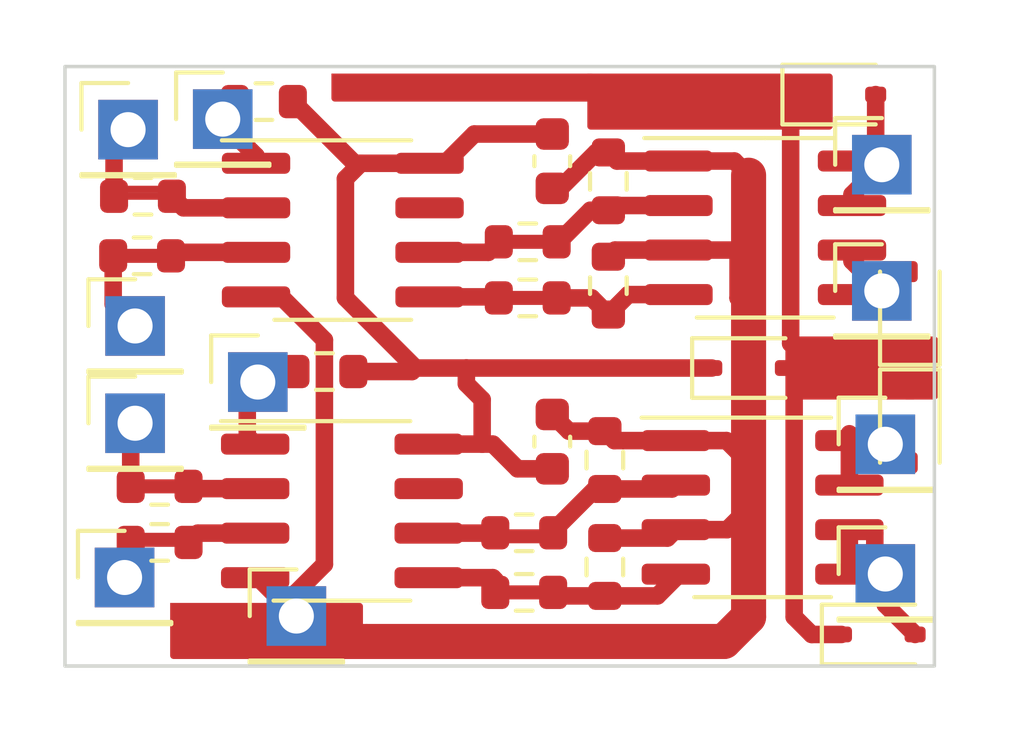
<source format=kicad_pcb>
(kicad_pcb (version 20221018) (generator pcbnew)
  (layers (0 "F.Cu" signal) (31 "B.Cu" signal) (34 "B.Paste" user) (35 "F.Paste" user) (36 "B.SilkS" user "B.Silkscreen") (37 "F.SilkS" user "F.Silkscreen") (38 "B.Mask" user) (39 "F.Mask" user) (44 "Edge.Cuts" user))
  (net 0 "")
  (net 1 "GND")
  (net 2 "+5V")
  (net 3 "Net-(D3-A)")
  (net 4 "Net-(D4-A)")
  (net 5 "Net-(D5-A)")
  (net 6 "Net-(Q1A-G1)")
  (net 7 "Net-(Q1B-G2)")
  (net 8 "Net-(Q2A-G1)")
  (net 9 "Net-(Q2B-G2)")
  (net 10 "Net-(R1-Pad2)")
  (net 11 "Net-(U1-PB3)")
  (net 12 "Net-(R2-Pad2)")
  (net 13 "Net-(R3-Pad2)")
  (net 14 "Net-(U2-PB3)")
  (net 15 "Net-(R4-Pad2)")
  (net 16 "Net-(U1-PB0)")
  (net 17 "Net-(U2-PB0)")
  (net 18 "Net-(U2-PB1)")
  (net 19 "Net-(D2-K)")
  (net 20 "Net-(D6-A)")
  (net 21 "Net-(U1-PB1)")
  (net 22 "Net-(U1-PB4)")
  (net 23 "Net-(U2-PB4)")
  (net 24 "Net-(U1-~{RESET}{slash}PB5)")
  (net 25 "Net-(U2-~{RESET}{slash}PB5)")
  (footprint "Connector_PinHeader_2.54mm:PinHeader_1x01_P2.54mm_Vertical" (layer "F.Cu") (at 70.6 49.275)
    (fp_text reference "TP6" hide)
    (fp_text value "TestPoint")
    (fp_line (start -1.33 -1.33) (end 0 -1.33) (stroke (width 0.12)) (layer "F.SilkS"))
    (fp_line (start -1.33 0) (end -1.33 -1.33) (stroke (width 0.12)) (layer "F.SilkS"))
    (fp_line (start -1.33 1.27) (end -1.33 1.33) (stroke (width 0.12)) (layer "F.SilkS"))
    (fp_line (start -1.33 1.27) (end 1.33 1.27) (stroke (width 0.12)) (layer "F.SilkS"))
    (fp_line (start -1.33 1.33) (end 1.33 1.33) (stroke (width 0.12)) (layer "F.SilkS"))
    (fp_line (start 1.33 1.27) (end 1.33 1.33) (stroke (width 0.12)) (layer "F.SilkS"))
    (pad "1" thru_hole rect (at 0 0) (size 1.7 1.7) (drill 1) (layers "*.Cu" "*.Mask") (net 5 "Net-(D5-A)"))
  )
  (footprint "Resistor_SMD:R_0603_1608Metric" (layer "F.Cu") (at 62.6 49.075 90)
    (fp_text reference "R11" hide)
    (fp_text value "10k")
    (fp_line (start -0.237258 -0.5225) (end 0.237258 -0.5225) (stroke (width 0.12)) (layer "F.SilkS"))
    (fp_line (start -0.237258 0.5225) (end 0.237258 0.5225) (stroke (width 0.12)) (layer "F.SilkS"))
    (pad "1" smd roundrect (at -0.825 0 90) (size 0.8 0.95) (layers "F.Cu" "F.Paste" "F.Mask") (net 9 "Net-(Q2B-G2)"))
    (pad "2" smd roundrect (at 0.825 0 90) (size 0.8 0.95) (layers "F.Cu" "F.Paste" "F.Mask") (net 1 "GND"))
  )
  (footprint "Resistor_SMD:R_0603_1608Metric" (layer "F.Cu") (at 49.9 48.375 180)
    (fp_text reference "R4" hide)
    (fp_text value "0")
    (fp_line (start -0.237258 -0.5225) (end 0.237258 -0.5225) (stroke (width 0.12)) (layer "F.SilkS"))
    (fp_line (start -0.237258 0.5225) (end 0.237258 0.5225) (stroke (width 0.12)) (layer "F.SilkS"))
    (pad "1" smd roundrect (at -0.825 0 180) (size 0.8 0.95) (layers "F.Cu" "F.Paste" "F.Mask") (net 23 "Net-(U2-PB4)"))
    (pad "2" smd roundrect (at 0.825 0 180) (size 0.8 0.95) (layers "F.Cu" "F.Paste" "F.Mask") (net 15 "Net-(R4-Pad2)"))
  )
  (footprint "Capacitor_SMD:C_0603_1608Metric" (layer "F.Cu") (at 61.1 37.5 -90)
    (fp_text reference "C1" hide)
    (fp_text value "1u")
    (fp_line (start -0.14058 -0.51) (end 0.14058 -0.51) (stroke (width 0.12)) (layer "F.SilkS"))
    (fp_line (start -0.14058 0.51) (end 0.14058 0.51) (stroke (width 0.12)) (layer "F.SilkS"))
    (pad "1" smd roundrect (at -0.775 0 270) (size 0.9 0.95) (layers "F.Cu" "F.Paste" "F.Mask") (net 19 "Net-(D2-K)"))
    (pad "2" smd roundrect (at 0.775 0 270) (size 0.9 0.95) (layers "F.Cu" "F.Paste" "F.Mask") (net 1 "GND"))
  )
  (footprint "Diode_SMD:D_SOD-323" (layer "F.Cu") (at 70.4 51)
    (fp_text reference "D5" hide)
    (fp_text value "1N5819WS")
    (fp_line (start -1.61 -0.85) (end -1.61 0.85) (stroke (width 0.12)) (layer "F.SilkS"))
    (fp_line (start -1.61 -0.85) (end 1.05 -0.85) (stroke (width 0.12)) (layer "F.SilkS"))
    (fp_line (start -1.61 0.85) (end 1.05 0.85) (stroke (width 0.12)) (layer "F.SilkS"))
    (pad "1" smd roundrect (at -1.05 0) (size 0.6 0.45) (layers "F.Cu" "F.Paste" "F.Mask") (net 2 "+5V"))
    (pad "2" smd roundrect (at 1.05 0) (size 0.6 0.45) (layers "F.Cu" "F.Paste" "F.Mask") (net 5 "Net-(D5-A)"))
  )
  (footprint "Connector_PinHeader_2.54mm:PinHeader_1x01_P2.54mm_Vertical" (layer "F.Cu") (at 53.8 50.475)
    (fp_text reference "TP9" hide)
    (fp_text value "TestPoint")
    (fp_line (start -1.33 -1.33) (end 0 -1.33) (stroke (width 0.12)) (layer "F.SilkS"))
    (fp_line (start -1.33 0) (end -1.33 -1.33) (stroke (width 0.12)) (layer "F.SilkS"))
    (fp_line (start -1.33 1.27) (end -1.33 1.33) (stroke (width 0.12)) (layer "F.SilkS"))
    (fp_line (start -1.33 1.27) (end 1.33 1.27) (stroke (width 0.12)) (layer "F.SilkS"))
    (fp_line (start -1.33 1.33) (end 1.33 1.33) (stroke (width 0.12)) (layer "F.SilkS"))
    (fp_line (start 1.33 1.27) (end 1.33 1.33) (stroke (width 0.12)) (layer "F.SilkS"))
    (pad "1" thru_hole rect (at 0 0) (size 1.7 1.7) (drill 1) (layers "*.Cu" "*.Mask") (net 1 "GND"))
  )
  (footprint "Diode_SMD:D_SOD-323" (layer "F.Cu") (at 71.3 41.7 90)
    (fp_text reference "D3" hide)
    (fp_text value "1N5819WS")
    (fp_line (start -1.61 -0.85) (end -1.61 0.85) (stroke (width 0.12)) (layer "F.SilkS"))
    (fp_line (start -1.61 -0.85) (end 1.05 -0.85) (stroke (width 0.12)) (layer "F.SilkS"))
    (fp_line (start -1.61 0.85) (end 1.05 0.85) (stroke (width 0.12)) (layer "F.SilkS"))
    (pad "1" smd roundrect (at -1.05 0 90) (size 0.6 0.45) (layers "F.Cu" "F.Paste" "F.Mask") (net 2 "+5V"))
    (pad "2" smd roundrect (at 1.05 0 90) (size 0.6 0.45) (layers "F.Cu" "F.Paste" "F.Mask") (net 3 "Net-(D3-A)"))
  )
  (footprint "Connector_PinHeader_2.54mm:PinHeader_1x01_P2.54mm_Vertical" (layer "F.Cu") (at 49.2 42.2)
    (fp_text reference "TP2" hide)
    (fp_text value "TestPoint")
    (fp_line (start -1.33 -1.33) (end 0 -1.33) (stroke (width 0.12)) (layer "F.SilkS"))
    (fp_line (start -1.33 0) (end -1.33 -1.33) (stroke (width 0.12)) (layer "F.SilkS"))
    (fp_line (start -1.33 1.27) (end -1.33 1.33) (stroke (width 0.12)) (layer "F.SilkS"))
    (fp_line (start -1.33 1.27) (end 1.33 1.27) (stroke (width 0.12)) (layer "F.SilkS"))
    (fp_line (start -1.33 1.33) (end 1.33 1.33) (stroke (width 0.12)) (layer "F.SilkS"))
    (fp_line (start 1.33 1.27) (end 1.33 1.33) (stroke (width 0.12)) (layer "F.SilkS"))
    (pad "1" thru_hole rect (at 0 0) (size 1.7 1.7) (drill 1) (layers "*.Cu" "*.Mask") (net 12 "Net-(R2-Pad2)"))
  )
  (footprint "Resistor_SMD:R_0603_1608Metric" (layer "F.Cu") (at 60.4 41.4)
    (fp_text reference "R5" hide)
    (fp_text value "0")
    (fp_line (start -0.237258 -0.5225) (end 0.237258 -0.5225) (stroke (width 0.12)) (layer "F.SilkS"))
    (fp_line (start -0.237258 0.5225) (end 0.237258 0.5225) (stroke (width 0.12)) (layer "F.SilkS"))
    (pad "1" smd roundrect (at -0.825 0) (size 0.8 0.95) (layers "F.Cu" "F.Paste" "F.Mask") (net 16 "Net-(U1-PB0)"))
    (pad "2" smd roundrect (at 0.825 0) (size 0.8 0.95) (layers "F.Cu" "F.Paste" "F.Mask") (net 7 "Net-(Q1B-G2)"))
  )
  (footprint "Resistor_SMD:R_0603_1608Metric" (layer "F.Cu") (at 60.3 49.8)
    (fp_text reference "R7" hide)
    (fp_text value "0")
    (fp_line (start -0.237258 -0.5225) (end 0.237258 -0.5225) (stroke (width 0.12)) (layer "F.SilkS"))
    (fp_line (start -0.237258 0.5225) (end 0.237258 0.5225) (stroke (width 0.12)) (layer "F.SilkS"))
    (pad "1" smd roundrect (at -0.825 0) (size 0.8 0.95) (layers "F.Cu" "F.Paste" "F.Mask") (net 17 "Net-(U2-PB0)"))
    (pad "2" smd roundrect (at 0.825 0) (size 0.8 0.95) (layers "F.Cu" "F.Paste" "F.Mask") (net 9 "Net-(Q2B-G2)"))
  )
  (footprint "Connector_PinHeader_2.54mm:PinHeader_1x01_P2.54mm_Vertical" (layer "F.Cu") (at 49 36.6)
    (fp_text reference "TP1" hide)
    (fp_text value "TestPoint")
    (fp_line (start -1.33 -1.33) (end 0 -1.33) (stroke (width 0.12)) (layer "F.SilkS"))
    (fp_line (start -1.33 0) (end -1.33 -1.33) (stroke (width 0.12)) (layer "F.SilkS"))
    (fp_line (start -1.33 1.27) (end -1.33 1.33) (stroke (width 0.12)) (layer "F.SilkS"))
    (fp_line (start -1.33 1.27) (end 1.33 1.27) (stroke (width 0.12)) (layer "F.SilkS"))
    (fp_line (start -1.33 1.33) (end 1.33 1.33) (stroke (width 0.12)) (layer "F.SilkS"))
    (fp_line (start 1.33 1.27) (end 1.33 1.33) (stroke (width 0.12)) (layer "F.SilkS"))
    (pad "1" thru_hole rect (at 0 0) (size 1.7 1.7) (drill 1) (layers "*.Cu" "*.Mask") (net 10 "Net-(R1-Pad2)"))
  )
  (footprint "Capacitor_SMD:C_0603_1608Metric" (layer "F.Cu") (at 61.1 45.5 90)
    (fp_text reference "C2" hide)
    (fp_text value "1u")
    (fp_line (start -0.14058 -0.51) (end 0.14058 -0.51) (stroke (width 0.12)) (layer "F.SilkS"))
    (fp_line (start -0.14058 0.51) (end 0.14058 0.51) (stroke (width 0.12)) (layer "F.SilkS"))
    (pad "1" smd roundrect (at -0.775 0 90) (size 0.9 0.95) (layers "F.Cu" "F.Paste" "F.Mask") (net 19 "Net-(D2-K)"))
    (pad "2" smd roundrect (at 0.775 0 90) (size 0.9 0.95) (layers "F.Cu" "F.Paste" "F.Mask") (net 1 "GND"))
  )
  (footprint "Resistor_SMD:R_0603_1608Metric" (layer "F.Cu") (at 62.6 46.025 90)
    (fp_text reference "R12" hide)
    (fp_text value "10k")
    (fp_line (start -0.237258 -0.5225) (end 0.237258 -0.5225) (stroke (width 0.12)) (layer "F.SilkS"))
    (fp_line (start -0.237258 0.5225) (end 0.237258 0.5225) (stroke (width 0.12)) (layer "F.SilkS"))
    (pad "1" smd roundrect (at -0.825 0 90) (size 0.8 0.95) (layers "F.Cu" "F.Paste" "F.Mask") (net 8 "Net-(Q2A-G1)"))
    (pad "2" smd roundrect (at 0.825 0 90) (size 0.8 0.95) (layers "F.Cu" "F.Paste" "F.Mask") (net 1 "GND"))
  )
  (footprint "Resistor_SMD:R_0603_1608Metric" (layer "F.Cu") (at 54.6 43.5 180)
    (fp_text reference "R13" hide)
    (fp_text value "10k")
    (fp_line (start -0.237258 -0.5225) (end 0.237258 -0.5225) (stroke (width 0.12)) (layer "F.SilkS"))
    (fp_line (start -0.237258 0.5225) (end 0.237258 0.5225) (stroke (width 0.12)) (layer "F.SilkS"))
    (pad "1" smd roundrect (at -0.825 0 180) (size 0.8 0.95) (layers "F.Cu" "F.Paste" "F.Mask") (net 19 "Net-(D2-K)"))
    (pad "2" smd roundrect (at 0.825 0 180) (size 0.8 0.95) (layers "F.Cu" "F.Paste" "F.Mask") (net 25 "Net-(U2-~{RESET}{slash}PB5)"))
  )
  (footprint "Connector_PinHeader_2.54mm:PinHeader_1x01_P2.54mm_Vertical" (layer "F.Cu") (at 52.7 43.8)
    (fp_text reference "TP11" hide)
    (fp_text value "TestPoint")
    (fp_line (start -1.33 -1.33) (end 0 -1.33) (stroke (width 0.12)) (layer "F.SilkS"))
    (fp_line (start -1.33 0) (end -1.33 -1.33) (stroke (width 0.12)) (layer "F.SilkS"))
    (fp_line (start -1.33 1.27) (end -1.33 1.33) (stroke (width 0.12)) (layer "F.SilkS"))
    (fp_line (start -1.33 1.27) (end 1.33 1.27) (stroke (width 0.12)) (layer "F.SilkS"))
    (fp_line (start -1.33 1.33) (end 1.33 1.33) (stroke (width 0.12)) (layer "F.SilkS"))
    (fp_line (start 1.33 1.27) (end 1.33 1.33) (stroke (width 0.12)) (layer "F.SilkS"))
    (pad "1" thru_hole rect (at 0 0) (size 1.7 1.7) (drill 1) (layers "*.Cu" "*.Mask") (net 25 "Net-(U2-~{RESET}{slash}PB5)"))
  )
  (footprint "Diode_SMD:D_SOD-323" (layer "F.Cu") (at 71.3 45.05 -90)
    (fp_text reference "D6" hide)
    (fp_text value "1N5819WS")
    (fp_line (start -1.61 -0.85) (end -1.61 0.85) (stroke (width 0.12)) (layer "F.SilkS"))
    (fp_line (start -1.61 -0.85) (end 1.05 -0.85) (stroke (width 0.12)) (layer "F.SilkS"))
    (fp_line (start -1.61 0.85) (end 1.05 0.85) (stroke (width 0.12)) (layer "F.SilkS"))
    (pad "1" smd roundrect (at -1.05 0 270) (size 0.6 0.45) (layers "F.Cu" "F.Paste" "F.Mask") (net 2 "+5V"))
    (pad "2" smd roundrect (at 1.05 0 270) (size 0.6 0.45) (layers "F.Cu" "F.Paste" "F.Mask") (net 20 "Net-(D6-A)"))
  )
  (footprint "Package_SO:SOIC-8_3.9x4.9mm_P1.27mm" (layer "F.Cu") (at 67.175 39.4)
    (fp_text reference "Q1" hide)
    (fp_text value "FDS6890A")
    (fp_line (start 0 -2.56) (end -3.45 -2.56) (stroke (width 0.12)) (layer "F.SilkS"))
    (fp_line (start 0 -2.56) (end 1.95 -2.56) (stroke (width 0.12)) (layer "F.SilkS"))
    (fp_line (start 0 2.56) (end -1.95 2.56) (stroke (width 0.12)) (layer "F.SilkS"))
    (fp_line (start 0 2.56) (end 1.95 2.56) (stroke (width 0.12)) (layer "F.SilkS"))
    (pad "1" smd roundrect (at -2.475 -1.905) (size 1.95 0.6) (layers "F.Cu" "F.Paste" "F.Mask") (net 1 "GND"))
    (pad "2" smd roundrect (at -2.475 -0.635) (size 1.95 0.6) (layers "F.Cu" "F.Paste" "F.Mask") (net 6 "Net-(Q1A-G1)"))
    (pad "3" smd roundrect (at -2.475 0.635) (size 1.95 0.6) (layers "F.Cu" "F.Paste" "F.Mask") (net 1 "GND"))
    (pad "4" smd roundrect (at -2.475 1.905) (size 1.95 0.6) (layers "F.Cu" "F.Paste" "F.Mask") (net 7 "Net-(Q1B-G2)"))
    (pad "5" smd roundrect (at 2.475 1.905) (size 1.95 0.6) (layers "F.Cu" "F.Paste" "F.Mask") (net 3 "Net-(D3-A)"))
    (pad "6" smd roundrect (at 2.475 0.635) (size 1.95 0.6) (layers "F.Cu" "F.Paste" "F.Mask") (net 3 "Net-(D3-A)"))
    (pad "7" smd roundrect (at 2.475 -0.635) (size 1.95 0.6) (layers "F.Cu" "F.Paste" "F.Mask") (net 4 "Net-(D4-A)"))
    (pad "8" smd roundrect (at 2.475 -1.905) (size 1.95 0.6) (layers "F.Cu" "F.Paste" "F.Mask") (net 4 "Net-(D4-A)"))
  )
  (footprint "Connector_PinHeader_2.54mm:PinHeader_1x01_P2.54mm_Vertical" (layer "F.Cu") (at 70.6 45.575)
    (fp_text reference "TP10" hide)
    (fp_text value "TestPoint")
    (fp_line (start -1.33 -1.33) (end 0 -1.33) (stroke (width 0.12)) (layer "F.SilkS"))
    (fp_line (start -1.33 0) (end -1.33 -1.33) (stroke (width 0.12)) (layer "F.SilkS"))
    (fp_line (start -1.33 1.27) (end -1.33 1.33) (stroke (width 0.12)) (layer "F.SilkS"))
    (fp_line (start -1.33 1.27) (end 1.33 1.27) (stroke (width 0.12)) (layer "F.SilkS"))
    (fp_line (start -1.33 1.33) (end 1.33 1.33) (stroke (width 0.12)) (layer "F.SilkS"))
    (fp_line (start 1.33 1.27) (end 1.33 1.33) (stroke (width 0.12)) (layer "F.SilkS"))
    (pad "1" thru_hole rect (at 0 0) (size 1.7 1.7) (drill 1) (layers "*.Cu" "*.Mask") (net 20 "Net-(D6-A)"))
  )
  (footprint "Resistor_SMD:R_0603_1608Metric" (layer "F.Cu") (at 62.7 41.05 90)
    (fp_text reference "R9" hide)
    (fp_text value "10k")
    (fp_line (start -0.237258 -0.5225) (end 0.237258 -0.5225) (stroke (width 0.12)) (layer "F.SilkS"))
    (fp_line (start -0.237258 0.5225) (end 0.237258 0.5225) (stroke (width 0.12)) (layer "F.SilkS"))
    (pad "1" smd roundrect (at -0.825 0 90) (size 0.8 0.95) (layers "F.Cu" "F.Paste" "F.Mask") (net 7 "Net-(Q1B-G2)"))
    (pad "2" smd roundrect (at 0.825 0 90) (size 0.8 0.95) (layers "F.Cu" "F.Paste" "F.Mask") (net 1 "GND"))
  )
  (footprint "Package_SO:SOIC-8_3.9x4.9mm_P1.27mm" (layer "F.Cu") (at 55.125 39.465)
    (fp_text reference "U1" hide)
    (fp_text value "ATtiny13A-SS")
    (fp_line (start 0 -2.56) (end -3.45 -2.56) (stroke (width 0.12)) (layer "F.SilkS"))
    (fp_line (start 0 -2.56) (end 1.95 -2.56) (stroke (width 0.12)) (layer "F.SilkS"))
    (fp_line (start 0 2.56) (end -1.95 2.56) (stroke (width 0.12)) (layer "F.SilkS"))
    (fp_line (start 0 2.56) (end 1.95 2.56) (stroke (width 0.12)) (layer "F.SilkS"))
    (pad "1" smd roundrect (at -2.475 -1.905) (size 1.95 0.6) (layers "F.Cu" "F.Paste" "F.Mask") (net 24 "Net-(U1-~{RESET}{slash}PB5)"))
    (pad "2" smd roundrect (at -2.475 -0.635) (size 1.95 0.6) (layers "F.Cu" "F.Paste" "F.Mask") (net 11 "Net-(U1-PB3)"))
    (pad "3" smd roundrect (at -2.475 0.635) (size 1.95 0.6) (layers "F.Cu" "F.Paste" "F.Mask") (net 22 "Net-(U1-PB4)"))
    (pad "4" smd roundrect (at -2.475 1.905) (size 1.95 0.6) (layers "F.Cu" "F.Paste" "F.Mask") (net 1 "GND"))
    (pad "5" smd roundrect (at 2.475 1.905) (size 1.95 0.6) (layers "F.Cu" "F.Paste" "F.Mask") (net 16 "Net-(U1-PB0)"))
    (pad "6" smd roundrect (at 2.475 0.635) (size 1.95 0.6) (layers "F.Cu" "F.Paste" "F.Mask") (net 21 "Net-(U1-PB1)"))
    (pad "7" smd roundrect (at 2.475 -0.635) (size 1.95 0.6) (layers "F.Cu" "F.Paste" "F.Mask"))
    (pad "8" smd roundrect (at 2.475 -1.905) (size 1.95 0.6) (layers "F.Cu" "F.Paste" "F.Mask") (net 19 "Net-(D2-K)"))
  )
  (footprint "Diode_SMD:D_SOD-323" (layer "F.Cu") (at 69.275 35.6)
    (fp_text reference "D4" hide)
    (fp_text value "1N5819WS")
    (fp_line (start -1.61 -0.85) (end -1.61 0.85) (stroke (width 0.12)) (layer "F.SilkS"))
    (fp_line (start -1.61 -0.85) (end 1.05 -0.85) (stroke (width 0.12)) (layer "F.SilkS"))
    (fp_line (start -1.61 0.85) (end 1.05 0.85) (stroke (width 0.12)) (layer "F.SilkS"))
    (pad "1" smd roundrect (at -1.05 0) (size 0.6 0.45) (layers "F.Cu" "F.Paste" "F.Mask") (net 2 "+5V"))
    (pad "2" smd roundrect (at 1.05 0) (size 0.6 0.45) (layers "F.Cu" "F.Paste" "F.Mask") (net 4 "Net-(D4-A)"))
  )
  (footprint "Connector_PinHeader_2.54mm:PinHeader_1x01_P2.54mm_Vertical" (layer "F.Cu") (at 70.5 37.6)
    (fp_text reference "TP8" hide)
    (fp_text value "TestPoint")
    (fp_line (start -1.33 -1.33) (end 0 -1.33) (stroke (width 0.12)) (layer "F.SilkS"))
    (fp_line (start -1.33 0) (end -1.33 -1.33) (stroke (width 0.12)) (layer "F.SilkS"))
    (fp_line (start -1.33 1.27) (end -1.33 1.33) (stroke (width 0.12)) (layer "F.SilkS"))
    (fp_line (start -1.33 1.27) (end 1.33 1.27) (stroke (width 0.12)) (layer "F.SilkS"))
    (fp_line (start -1.33 1.33) (end 1.33 1.33) (stroke (width 0.12)) (layer "F.SilkS"))
    (fp_line (start 1.33 1.27) (end 1.33 1.33) (stroke (width 0.12)) (layer "F.SilkS"))
    (pad "1" thru_hole rect (at 0 0) (size 1.7 1.7) (drill 1) (layers "*.Cu" "*.Mask") (net 4 "Net-(D4-A)"))
  )
  (footprint "Resistor_SMD:R_0603_1608Metric" (layer "F.Cu") (at 49.4 40.2 180)
    (fp_text reference "R2" hide)
    (fp_text value "0")
    (fp_line (start -0.237258 -0.5225) (end 0.237258 -0.5225) (stroke (width 0.12)) (layer "F.SilkS"))
    (fp_line (start -0.237258 0.5225) (end 0.237258 0.5225) (stroke (width 0.12)) (layer "F.SilkS"))
    (pad "1" smd roundrect (at -0.825 0 180) (size 0.8 0.95) (layers "F.Cu" "F.Paste" "F.Mask") (net 22 "Net-(U1-PB4)"))
    (pad "2" smd roundrect (at 0.825 0 180) (size 0.8 0.95) (layers "F.Cu" "F.Paste" "F.Mask") (net 12 "Net-(R2-Pad2)"))
  )
  (footprint "Resistor_SMD:R_0603_1608Metric" (layer "F.Cu") (at 49.425 38.5 180)
    (fp_text reference "R1" hide)
    (fp_text value "0")
    (fp_line (start -0.237258 -0.5225) (end 0.237258 -0.5225) (stroke (width 0.12)) (layer "F.SilkS"))
    (fp_line (start -0.237258 0.5225) (end 0.237258 0.5225) (stroke (width 0.12)) (layer "F.SilkS"))
    (pad "1" smd roundrect (at -0.825 0 180) (size 0.8 0.95) (layers "F.Cu" "F.Paste" "F.Mask") (net 11 "Net-(U1-PB3)"))
    (pad "2" smd roundrect (at 0.825 0 180) (size 0.8 0.95) (layers "F.Cu" "F.Paste" "F.Mask") (net 10 "Net-(R1-Pad2)"))
  )
  (footprint "Resistor_SMD:R_0603_1608Metric" (layer "F.Cu") (at 60.4 39.8)
    (fp_text reference "R6" hide)
    (fp_text value "0")
    (fp_line (start -0.237258 -0.5225) (end 0.237258 -0.5225) (stroke (width 0.12)) (layer "F.SilkS"))
    (fp_line (start -0.237258 0.5225) (end 0.237258 0.5225) (stroke (width 0.12)) (layer "F.SilkS"))
    (pad "1" smd roundrect (at -0.825 0) (size 0.8 0.95) (layers "F.Cu" "F.Paste" "F.Mask") (net 21 "Net-(U1-PB1)"))
    (pad "2" smd roundrect (at 0.825 0) (size 0.8 0.95) (layers "F.Cu" "F.Paste" "F.Mask") (net 6 "Net-(Q1A-G1)"))
  )
  (footprint "Resistor_SMD:R_0603_1608Metric" (layer "F.Cu") (at 60.3 48.1)
    (fp_text reference "R8" hide)
    (fp_text value "0")
    (fp_line (start -0.237258 -0.5225) (end 0.237258 -0.5225) (stroke (width 0.12)) (layer "F.SilkS"))
    (fp_line (start -0.237258 0.5225) (end 0.237258 0.5225) (stroke (width 0.12)) (layer "F.SilkS"))
    (pad "1" smd roundrect (at -0.825 0) (size 0.8 0.95) (layers "F.Cu" "F.Paste" "F.Mask") (net 18 "Net-(U2-PB1)"))
    (pad "2" smd roundrect (at 0.825 0) (size 0.8 0.95) (layers "F.Cu" "F.Paste" "F.Mask") (net 8 "Net-(Q2A-G1)"))
  )
  (footprint "Package_SO:SOIC-8_3.9x4.9mm_P1.27mm" (layer "F.Cu") (at 55.1 47.475)
    (fp_text reference "U2" hide)
    (fp_text value "ATtiny13A-SS")
    (fp_line (start 0 -2.56) (end -3.45 -2.56) (stroke (width 0.12)) (layer "F.SilkS"))
    (fp_line (start 0 -2.56) (end 1.95 -2.56) (stroke (width 0.12)) (layer "F.SilkS"))
    (fp_line (start 0 2.56) (end -1.95 2.56) (stroke (width 0.12)) (layer "F.SilkS"))
    (fp_line (start 0 2.56) (end 1.95 2.56) (stroke (width 0.12)) (layer "F.SilkS"))
    (pad "1" smd roundrect (at -2.475 -1.905) (size 1.95 0.6) (layers "F.Cu" "F.Paste" "F.Mask") (net 25 "Net-(U2-~{RESET}{slash}PB5)"))
    (pad "2" smd roundrect (at -2.475 -0.635) (size 1.95 0.6) (layers "F.Cu" "F.Paste" "F.Mask") (net 14 "Net-(U2-PB3)"))
    (pad "3" smd roundrect (at -2.475 0.635) (size 1.95 0.6) (layers "F.Cu" "F.Paste" "F.Mask") (net 23 "Net-(U2-PB4)"))
    (pad "4" smd roundrect (at -2.475 1.905) (size 1.95 0.6) (layers "F.Cu" "F.Paste" "F.Mask") (net 1 "GND"))
    (pad "5" smd roundrect (at 2.475 1.905) (size 1.95 0.6) (layers "F.Cu" "F.Paste" "F.Mask") (net 17 "Net-(U2-PB0)"))
    (pad "6" smd roundrect (at 2.475 0.635) (size 1.95 0.6) (layers "F.Cu" "F.Paste" "F.Mask") (net 18 "Net-(U2-PB1)"))
    (pad "7" smd roundrect (at 2.475 -0.635) (size 1.95 0.6) (layers "F.Cu" "F.Paste" "F.Mask"))
    (pad "8" smd roundrect (at 2.475 -1.905) (size 1.95 0.6) (layers "F.Cu" "F.Paste" "F.Mask") (net 19 "Net-(D2-K)"))
  )
  (footprint "Connector_PinHeader_2.54mm:PinHeader_1x01_P2.54mm_Vertical" (layer "F.Cu") (at 48.9 49.375)
    (fp_text reference "TP4" hide)
    (fp_text value "TestPoint")
    (fp_line (start -1.33 -1.33) (end 0 -1.33) (stroke (width 0.12)) (layer "F.SilkS"))
    (fp_line (start -1.33 0) (end -1.33 -1.33) (stroke (width 0.12)) (layer "F.SilkS"))
    (fp_line (start -1.33 1.27) (end -1.33 1.33) (stroke (width 0.12)) (layer "F.SilkS"))
    (fp_line (start -1.33 1.27) (end 1.33 1.27) (stroke (width 0.12)) (layer "F.SilkS"))
    (fp_line (start -1.33 1.33) (end 1.33 1.33) (stroke (width 0.12)) (layer "F.SilkS"))
    (fp_line (start 1.33 1.27) (end 1.33 1.33) (stroke (width 0.12)) (layer "F.SilkS"))
    (pad "1" thru_hole rect (at 0 0) (size 1.7 1.7) (drill 1) (layers "*.Cu" "*.Mask") (net 15 "Net-(R4-Pad2)"))
  )
  (footprint "Resistor_SMD:R_0603_1608Metric" (layer "F.Cu") (at 49.9 46.775 180)
    (fp_text reference "R3" hide)
    (fp_text value "0")
    (fp_line (start -0.237258 -0.5225) (end 0.237258 -0.5225) (stroke (width 0.12)) (layer "F.SilkS"))
    (fp_line (start -0.237258 0.5225) (end 0.237258 0.5225) (stroke (width 0.12)) (layer "F.SilkS"))
    (pad "1" smd roundrect (at -0.825 0 180) (size 0.8 0.95) (layers "F.Cu" "F.Paste" "F.Mask") (net 14 "Net-(U2-PB3)"))
    (pad "2" smd roundrect (at 0.825 0 180) (size 0.8 0.95) (layers "F.Cu" "F.Paste" "F.Mask") (net 13 "Net-(R3-Pad2)"))
  )
  (footprint "Resistor_SMD:R_0603_1608Metric" (layer "F.Cu") (at 52.875 35.8)
    (fp_text reference "R14" hide)
    (fp_text value "10k")
    (fp_line (start -0.237258 -0.5225) (end 0.237258 -0.5225) (stroke (width 0.12)) (layer "F.SilkS"))
    (fp_line (start -0.237258 0.5225) (end 0.237258 0.5225) (stroke (width 0.12)) (layer "F.SilkS"))
    (pad "1" smd roundrect (at -0.825 0) (size 0.8 0.95) (layers "F.Cu" "F.Paste" "F.Mask") (net 24 "Net-(U1-~{RESET}{slash}PB5)"))
    (pad "2" smd roundrect (at 0.825 0) (size 0.8 0.95) (layers "F.Cu" "F.Paste" "F.Mask") (net 19 "Net-(D2-K)"))
  )
  (footprint "Connector_PinHeader_2.54mm:PinHeader_1x01_P2.54mm_Vertical" (layer "F.Cu") (at 49.2 44.975)
    (fp_text reference "TP3" hide)
    (fp_text value "TestPoint")
    (fp_line (start -1.33 -1.33) (end 0 -1.33) (stroke (width 0.12)) (layer "F.SilkS"))
    (fp_line (start -1.33 0) (end -1.33 -1.33) (stroke (width 0.12)) (layer "F.SilkS"))
    (fp_line (start -1.33 1.27) (end -1.33 1.33) (stroke (width 0.12)) (layer "F.SilkS"))
    (fp_line (start -1.33 1.27) (end 1.33 1.27) (stroke (width 0.12)) (layer "F.SilkS"))
    (fp_line (start -1.33 1.33) (end 1.33 1.33) (stroke (width 0.12)) (layer "F.SilkS"))
    (fp_line (start 1.33 1.27) (end 1.33 1.33) (stroke (width 0.12)) (layer "F.SilkS"))
    (pad "1" thru_hole rect (at 0 0) (size 1.7 1.7) (drill 1) (layers "*.Cu" "*.Mask") (net 13 "Net-(R3-Pad2)"))
  )
  (footprint "Connector_PinHeader_2.54mm:PinHeader_1x01_P2.54mm_Vertical" (layer "F.Cu") (at 70.5 41.2)
    (fp_text reference "TP5" hide)
    (fp_text value "TestPoint")
    (fp_line (start -1.33 -1.33) (end 0 -1.33) (stroke (width 0.12)) (layer "F.SilkS"))
    (fp_line (start -1.33 0) (end -1.33 -1.33) (stroke (width 0.12)) (layer "F.SilkS"))
    (fp_line (start -1.33 1.27) (end -1.33 1.33) (stroke (width 0.12)) (layer "F.SilkS"))
    (fp_line (start -1.33 1.27) (end 1.33 1.27) (stroke (width 0.12)) (layer "F.SilkS"))
    (fp_line (start -1.33 1.33) (end 1.33 1.33) (stroke (width 0.12)) (layer "F.SilkS"))
    (fp_line (start 1.33 1.27) (end 1.33 1.33) (stroke (width 0.12)) (layer "F.SilkS"))
    (pad "1" thru_hole rect (at 0 0) (size 1.7 1.7) (drill 1) (layers "*.Cu" "*.Mask") (net 3 "Net-(D3-A)"))
  )
  (footprint "Resistor_SMD:R_0603_1608Metric" (layer "F.Cu") (at 62.7 38.075 90)
    (fp_text reference "R10" hide)
    (fp_text value "10k")
    (fp_line (start -0.237258 -0.5225) (end 0.237258 -0.5225) (stroke (width 0.12)) (layer "F.SilkS"))
    (fp_line (start -0.237258 0.5225) (end 0.237258 0.5225) (stroke (width 0.12)) (layer "F.SilkS"))
    (pad "1" smd roundrect (at -0.825 0 90) (size 0.8 0.95) (layers "F.Cu" "F.Paste" "F.Mask") (net 6 "Net-(Q1A-G1)"))
    (pad "2" smd roundrect (at 0.825 0 90) (size 0.8 0.95) (layers "F.Cu" "F.Paste" "F.Mask") (net 1 "GND"))
  )
  (footprint "Diode_SMD:D_SOD-323" (layer "F.Cu") (at 66.7 43.4)
    (fp_text reference "D2" hide)
    (fp_text value "1N5819WS")
    (fp_line (start -1.61 -0.85) (end -1.61 0.85) (stroke (width 0.12)) (layer "F.SilkS"))
    (fp_line (start -1.61 -0.85) (end 1.05 -0.85) (stroke (width 0.12)) (layer "F.SilkS"))
    (fp_line (start -1.61 0.85) (end 1.05 0.85) (stroke (width 0.12)) (layer "F.SilkS"))
    (pad "1" smd roundrect (at -1.05 0) (size 0.6 0.45) (layers "F.Cu" "F.Paste" "F.Mask") (net 19 "Net-(D2-K)"))
    (pad "2" smd roundrect (at 1.05 0) (size 0.6 0.45) (layers "F.Cu" "F.Paste" "F.Mask") (net 2 "+5V"))
  )
  (footprint "Package_SO:SOIC-8_3.9x4.9mm_P1.27mm" (layer "F.Cu") (at 67.1 47.375)
    (fp_text reference "Q2" hide)
    (fp_text value "FDS6890A")
    (fp_line (start 0 -2.56) (end -3.45 -2.56) (stroke (width 0.12)) (layer "F.SilkS"))
    (fp_line (start 0 -2.56) (end 1.95 -2.56) (stroke (width 0.12)) (layer "F.SilkS"))
    (fp_line (start 0 2.56) (end -1.95 2.56) (stroke (width 0.12)) (layer "F.SilkS"))
    (fp_line (start 0 2.56) (end 1.95 2.56) (stroke (width 0.12)) (layer "F.SilkS"))
    (pad "1" smd roundrect (at -2.475 -1.905) (size 1.95 0.6) (layers "F.Cu" "F.Paste" "F.Mask") (net 1 "GND"))
    (pad "2" smd roundrect (at -2.475 -0.635) (size 1.95 0.6) (layers "F.Cu" "F.Paste" "F.Mask") (net 8 "Net-(Q2A-G1)"))
    (pad "3" smd roundrect (at -2.475 0.635) (size 1.95 0.6) (layers "F.Cu" "F.Paste" "F.Mask") (net 1 "GND"))
    (pad "4" smd roundrect (at -2.475 1.905) (size 1.95 0.6) (layers "F.Cu" "F.Paste" "F.Mask") (net 9 "Net-(Q2B-G2)"))
    (pad "5" smd roundrect (at 2.475 1.905) (size 1.95 0.6) (layers "F.Cu" "F.Paste" "F.Mask") (net 5 "Net-(D5-A)"))
    (pad "6" smd roundrect (at 2.475 0.635) (size 1.95 0.6) (layers "F.Cu" "F.Paste" "F.Mask") (net 5 "Net-(D5-A)"))
    (pad "7" smd roundrect (at 2.475 -0.635) (size 1.95 0.6) (layers "F.Cu" "F.Paste" "F.Mask") (net 20 "Net-(D6-A)"))
    (pad "8" smd roundrect (at 2.475 -1.905) (size 1.95 0.6) (layers "F.Cu" "F.Paste" "F.Mask") (net 20 "Net-(D6-A)"))
  )
  (footprint "Connector_PinHeader_2.54mm:PinHeader_1x01_P2.54mm_Vertical" (layer "F.Cu") (at 51.7 36.3)
    (fp_text reference "TP7" hide)
    (fp_text value "TestPoint")
    (fp_line (start -1.33 -1.33) (end 0 -1.33) (stroke (width 0.12)) (layer "F.SilkS"))
    (fp_line (start -1.33 0) (end -1.33 -1.33) (stroke (width 0.12)) (layer "F.SilkS"))
    (fp_line (start -1.33 1.27) (end -1.33 1.33) (stroke (width 0.12)) (layer "F.SilkS"))
    (fp_line (start -1.33 1.27) (end 1.33 1.27) (stroke (width 0.12)) (layer "F.SilkS"))
    (fp_line (start -1.33 1.33) (end 1.33 1.33) (stroke (width 0.12)) (layer "F.SilkS"))
    (fp_line (start 1.33 1.27) (end 1.33 1.33) (stroke (width 0.12)) (layer "F.SilkS"))
    (pad "1" thru_hole rect (at 0 0) (size 1.7 1.7) (drill 1) (layers "*.Cu" "*.Mask") (net 24 "Net-(U1-~{RESET}{slash}PB5)"))
  )
  (gr_rect (start 54.9 35.1) (end 62.2 35.7) (stroke (width 0.2)) (fill solid) (layer "F.Cu"))
  (gr_rect (start 59.6 48.1) (end 61 48.3) (stroke (width 0.2)) (fill none) (layer "F.Cu"))
  (gr_rect (start 59.6 49.7) (end 61 49.9) (stroke (width 0.2)) (fill none) (layer "F.Cu"))
  (gr_rect (start 48.7 40.1) (end 50.2 40.3) (stroke (width 0.2)) (fill none) (layer "F.Cu"))
  (gr_rect (start 50.3 50.2) (end 55.6 51.6) (stroke (width 0.2)) (fill solid) (layer "F.Cu"))
  (gr_rect (start 68 42.6) (end 72 44.2) (stroke (width 0.2)) (fill solid) (layer "F.Cu"))
  (gr_rect (start 62.2 35.1) (end 69 36.5) (stroke (width 0.2)) (fill solid) (layer "F.Cu"))
  (gr_rect (start 59.7 41.3) (end 61.1 41.5) (stroke (width 0.2)) (fill none) (layer "F.Cu"))
  (gr_rect (start 49.15 46.675) (end 50.65 46.875) (stroke (width 0.2)) (fill none) (layer "F.Cu"))
  (gr_rect (start 49.2 48.2) (end 50.4 48.4) (stroke (width 0.2)) (fill none) (layer "F.Cu"))
  (gr_rect (start 48.6 38.3) (end 50.1 38.5) (stroke (width 0.2)) (fill none) (layer "F.Cu"))
  (gr_rect (start 59.6 39.7) (end 61.1 39.9) (stroke (width 0.2)) (fill none) (layer "F.Cu"))
  (gr_rect (start 47.2 34.8) (end 72 51.9) (stroke (width 0.1)) (fill none) (layer "Edge.Cuts"))
  (segment (start 62.87 45.47) (end 62.6 45.2) (width 0.5) (layer "F.Cu") (net 1))
  (segment (start 66.5 41.5) (end 66.4 41.4) (width 0.5) (layer "F.Cu") (net 1))
  (segment (start 66.4 45.8) (end 66.5 45.9) (width 0.5) (layer "F.Cu") (net 1))
  (segment (start 61.575 45.2) (end 61.1 44.725) (width 0.5) (layer "F.Cu") (net 1))
  (segment (start 61.325 38.275) (end 61.1 38.275) (width 0.5) (layer "F.Cu") (net 1))
  (segment (start 62.6 48.25) (end 64.385 48.25) (width 0.5) (layer "F.Cu") (net 1))
  (segment (start 66 51.2) (end 55.8 51.2) (width 1) (layer "F.Cu") (net 1))
  (segment (start 64.625 45.47) (end 62.87 45.47) (width 0.5) (layer "F.Cu") (net 1))
  (segment (start 66.5 47.6) (end 66.5 50.7) (width 0.5) (layer "F.Cu") (net 1))
  (segment (start 64.7 40.035) (end 62.89 40.035) (width 0.5) (layer "F.Cu") (net 1))
  (segment (start 66.5 50.7) (end 66 51.2) (width 0.5) (layer "F.Cu") (net 1))
  (segment (start 66.4 45.8) (end 66.5 45.7) (width 0.5) (layer "F.Cu") (net 1))
  (segment (start 52.625 49.38) (end 52.705 49.38) (width 0.5) (layer "F.Cu") (net 1))
  (segment (start 66.7 50.5) (end 66 51.2) (width 1) (layer "F.Cu") (net 1))
  (segment (start 55.8 51.2) (end 54.525 51.2) (width 1) (layer "F.Cu") (net 1))
  (segment (start 64.7 37.495) (end 66.295 37.495) (width 0.5) (layer "F.Cu") (net 1))
  (segment (start 66.07 45.47) (end 66.4 45.8) (width 0.5) (layer "F.Cu") (net 1))
  (segment (start 66.4 41.4) (end 66.4 40.035) (width 0.5) (layer "F.Cu") (net 1))
  (segment (start 62.7 37.25) (end 62.35 37.25) (width 0.5) (layer "F.Cu") (net 1))
  (segment (start 53.8 50.475) (end 53.8 49.8) (width 0.5) (layer "F.Cu") (net 1))
  (segment (start 66.7 41.1) (end 66.4 41.4) (width 0.5) (layer "F.Cu") (net 1))
  (segment (start 66.7 37.9) (end 66.7 41.1) (width 0.5) (layer "F.Cu") (net 1))
  (segment (start 66.295 37.495) (end 66.7 37.9) (width 0.5) (layer "F.Cu") (net 1))
  (segment (start 66.4 40.035) (end 64.7 40.035) (width 0.5) (layer "F.Cu") (net 1))
  (segment (start 66.5 45.9) (end 66.5 47.6) (width 0.5) (layer "F.Cu") (net 1))
  (segment (start 66.5 45.7) (end 66.5 41.5) (width 0.5) (layer "F.Cu") (net 1))
  (segment (start 62.89 40.035) (end 62.7 40.225) (width 0.5) (layer "F.Cu") (net 1))
  (segment (start 53.37 41.37) (end 52.65 41.37) (width 0.5) (layer "F.Cu") (net 1))
  (segment (start 64.7 37.495) (end 62.945 37.495) (width 0.5) (layer "F.Cu") (net 1))
  (segment (start 66.7 37.9) (end 66.7 50.5) (width 1) (layer "F.Cu") (net 1))
  (segment (start 64.385 48.25) (end 64.625 48.01) (width 0.5) (layer "F.Cu") (net 1))
  (segment (start 62.6 45.2) (end 61.575 45.2) (width 0.5) (layer "F.Cu") (net 1))
  (segment (start 54.525 51.2) (end 53.8 50.475) (width 1) (layer "F.Cu") (net 1))
  (segment (start 64.625 45.47) (end 66.07 45.47) (width 0.5) (layer "F.Cu") (net 1))
  (segment (start 62.35 37.25) (end 61.325 38.275) (width 0.5) (layer "F.Cu") (net 1))
  (segment (start 53.8 49.8) (end 54.6 49) (width 0.5) (layer "F.Cu") (net 1))
  (segment (start 52.705 49.38) (end 53.8 50.475) (width 0.5) (layer "F.Cu") (net 1))
  (segment (start 54.6 49) (end 54.6 42.6) (width 0.5) (layer "F.Cu") (net 1))
  (segment (start 66.09 48.01) (end 64.625 48.01) (width 0.5) (layer "F.Cu") (net 1))
  (segment (start 66.5 47.6) (end 66.09 48.01) (width 0.5) (layer "F.Cu") (net 1))
  (segment (start 54.6 42.6) (end 53.37 41.37) (width 0.5) (layer "F.Cu") (net 1))
  (segment (start 62.945 37.495) (end 62.7 37.25) (width 0.5) (layer "F.Cu") (net 1))
  (segment (start 67.9 42.7) (end 67.9 35.925) (width 0.5) (layer "F.Cu") (net 2))
  (segment (start 68 50.5) (end 68 42.8) (width 0.5) (layer "F.Cu") (net 2))
  (segment (start 68.6 43.4) (end 71.3 43.4) (width 0.5) (layer "F.Cu") (net 2))
  (segment (start 67.9 35.925) (end 68.225 35.6) (width 0.5) (layer "F.Cu") (net 2))
  (segment (start 68 42.8) (end 67.9 42.7) (width 0.5) (layer "F.Cu") (net 2))
  (segment (start 69.35 51) (end 68.5 51) (width 0.5) (layer "F.Cu") (net 2))
  (segment (start 68.225 35.6) (end 63.1 35.6) (width 1) (layer "F.Cu") (net 2))
  (segment (start 71.3 44) (end 71.3 43.4) (width 0.5) (layer "F.Cu") (net 2))
  (segment (start 68.5 51) (end 68 50.5) (width 0.5) (layer "F.Cu") (net 2))
  (segment (start 71.3 42.75) (end 71.3 43.4) (width 0.5) (layer "F.Cu") (net 2))
  (segment (start 68 42.8) (end 68.6 43.4) (width 0.5) (layer "F.Cu") (net 2))
  (segment (start 69.65 40.035) (end 69.65 40.35) (width 0.5) (layer "F.Cu") (net 3))
  (segment (start 69.65 40.35) (end 70.5 41.2) (width 0.5) (layer "F.Cu") (net 3))
  (segment (start 69.65 38.765) (end 69.65 38.45) (width 0.5) (layer "F.Cu") (net 4))
  (segment (start 69.65 38.45) (end 70.5 37.6) (width 0.5) (layer "F.Cu") (net 4))
  (segment (start 70.325 35.6) (end 70.325 37.425) (width 0.5) (layer "F.Cu") (net 4))
  (segment (start 70.325 37.425) (end 70.5 37.6) (width 0.5) (layer "F.Cu") (net 4))
  (segment (start 69.575 48.01) (end 69.575 49.28) (width 0.5) (layer "F.Cu") (net 5))
  (segment (start 69.575 48.01) (end 70.21 48.01) (width 0.5) (layer "F.Cu") (net 5))
  (segment (start 71.45 51) (end 70.6 50.15) (width 0.5) (layer "F.Cu") (net 5))
  (segment (start 70.21 48.01) (end 70.3 48.1) (width 0.5) (layer "F.Cu") (net 5))
  (segment (start 70.3 48.1) (end 70.3 48.975) (width 0.5) (layer "F.Cu") (net 5))
  (segment (start 70.3 48.975) (end 70.6 49.275) (width 0.5) (layer "F.Cu") (net 5))
  (segment (start 70.6 50.15) (end 70.6 49.275) (width 0.5) (layer "F.Cu") (net 5))
  (segment (start 62.7 38.9) (end 62.187437 38.9) (width 0.5) (layer "F.Cu") (net 6))
  (segment (start 61.287437 39.8) (end 61.225 39.8) (width 0.5) (layer "F.Cu") (net 6))
  (segment (start 62.187437 38.9) (end 61.287437 39.8) (width 0.5) (layer "F.Cu") (net 6))
  (segment (start 64.7 38.765) (end 62.835 38.765) (width 0.5) (layer "F.Cu") (net 6))
  (segment (start 62.835 38.765) (end 62.7 38.9) (width 0.5) (layer "F.Cu") (net 6))
  (segment (start 62.225 41.4) (end 62.7 41.875) (width 0.5) (layer "F.Cu") (net 7))
  (segment (start 64.7 41.305) (end 63.27 41.305) (width 0.5) (layer "F.Cu") (net 7))
  (segment (start 63.27 41.305) (end 62.7 41.875) (width 0.5) (layer "F.Cu") (net 7))
  (segment (start 61.225 41.4) (end 62.225 41.4) (width 0.5) (layer "F.Cu") (net 7))
  (segment (start 61.125 48.047918) (end 61.125 48.1) (width 0.5) (layer "F.Cu") (net 8))
  (segment (start 62.6 46.85) (end 64.515 46.85) (width 0.5) (layer "F.Cu") (net 8))
  (segment (start 62.6 46.85) (end 62.322918 46.85) (width 0.5) (layer "F.Cu") (net 8))
  (segment (start 62.322918 46.85) (end 61.125 48.047918) (width 0.5) (layer "F.Cu") (net 8))
  (segment (start 64.515 46.85) (end 64.625 46.74) (width 0.5) (layer "F.Cu") (net 8))
  (segment (start 61.225 49.9) (end 61.125 49.8) (width 0.5) (layer "F.Cu") (net 9))
  (segment (start 62.6 49.9) (end 61.225 49.9) (width 0.5) (layer "F.Cu") (net 9))
  (segment (start 64.1 49.9) (end 62.6 49.9) (width 0.5) (layer "F.Cu") (net 9))
  (segment (start 64.625 49.28) (end 64.625 49.375) (width 0.5) (layer "F.Cu") (net 9))
  (segment (start 64.625 49.375) (end 64.1 49.9) (width 0.5) (layer "F.Cu") (net 9))
  (segment (start 48.6 37) (end 49 36.6) (width 0.5) (layer "F.Cu") (net 10))
  (segment (start 48.6 38.5) (end 48.6 37) (width 0.5) (layer "F.Cu") (net 10))
  (segment (start 52.65 38.83) (end 50.58 38.83) (width 0.5) (layer "F.Cu") (net 11))
  (segment (start 50.58 38.83) (end 50.25 38.5) (width 0.5) (layer "F.Cu") (net 11))
  (segment (start 48.575 41.575) (end 49.2 42.2) (width 0.5) (layer "F.Cu") (net 12))
  (segment (start 48.575 40.2) (end 48.575 41.575) (width 0.5) (layer "F.Cu") (net 12))
  (segment (start 49.075 46.775) (end 49.075 45.1) (width 0.5) (layer "F.Cu") (net 13))
  (segment (start 49.075 45.1) (end 49.2 44.975) (width 0.5) (layer "F.Cu") (net 13))
  (segment (start 50.79 46.84) (end 50.725 46.775) (width 0.5) (layer "F.Cu") (net 14))
  (segment (start 52.625 46.84) (end 50.79 46.84) (width 0.5) (layer "F.Cu") (net 14))
  (segment (start 59.545 41.37) (end 59.575 41.4) (width 0.5) (layer "F.Cu") (net 16))
  (segment (start 57.6 41.37) (end 59.545 41.37) (width 0.5) (layer "F.Cu") (net 16))
  (segment (start 59.405 49.38) (end 59.475 49.45) (width 0.5) (layer "F.Cu") (net 17))
  (segment (start 57.575 49.38) (end 59.405 49.38) (width 0.5) (layer "F.Cu") (net 17))
  (segment (start 59.465 48.11) (end 59.475 48.1) (width 0.5) (layer "F.Cu") (net 18))
  (segment (start 57.575 48.11) (end 59.465 48.11) (width 0.5) (layer "F.Cu") (net 18))
  (segment (start 58.65 43.85) (end 59.1 44.3) (width 0.5) (layer "F.Cu") (net 19))
  (segment (start 58.875 36.725) (end 61.1 36.725) (width 0.5) (layer "F.Cu") (net 19))
  (segment (start 53.7 35.8) (end 55.46 37.56) (width 0.5) (layer "F.Cu") (net 19))
  (segment (start 55.425 43.5) (end 57.1 43.5) (width 0.5) (layer "F.Cu") (net 19))
  (segment (start 58.04 37.56) (end 58.875 36.725) (width 0.5) (layer "F.Cu") (net 19))
  (segment (start 57.2 43.4) (end 58.65 43.4) (width 0.5) (layer "F.Cu") (net 19))
  (segment (start 55.64 37.56) (end 55.2 38) (width 0.5) (layer "F.Cu") (net 19))
  (segment (start 57.1 43.5) (end 57.2 43.4) (width 0.5) (layer "F.Cu") (net 19))
  (segment (start 57.575 45.57) (end 59.1 45.57) (width 0.5) (layer "F.Cu") (net 19))
  (segment (start 58.65 43.4) (end 58.65 43.85) (width 0.5) (layer "F.Cu") (net 19))
  (segment (start 65.65 43.4) (end 58.65 43.4) (width 0.5) (layer "F.Cu") (net 19))
  (segment (start 61.1 46.275) (end 60.11 46.275) (width 0.5) (layer "F.Cu") (net 19))
  (segment (start 59.1 44.3) (end 59.1 45.57) (width 0.5) (layer "F.Cu") (net 19))
  (segment (start 55.46 37.56) (end 55.64 37.56) (width 0.5) (layer "F.Cu") (net 19))
  (segment (start 57.6 37.56) (end 58.04 37.56) (width 0.5) (layer "F.Cu") (net 19))
  (segment (start 55.2 41.4) (end 57.2 43.4) (width 0.5) (layer "F.Cu") (net 19))
  (segment (start 55.2 38) (end 55.2 41.4) (width 0.5) (layer "F.Cu") (net 19))
  (segment (start 57.6 37.56) (end 55.64 37.56) (width 0.5) (layer "F.Cu") (net 19))
  (segment (start 59.405 45.57) (end 59.1 45.57) (width 0.5) (layer "F.Cu") (net 19))
  (segment (start 60.11 46.275) (end 59.405 45.57) (width 0.5) (layer "F.Cu") (net 19))
  (segment (start 69.575 45.275) (end 69.575 45.47) (width 0.5) (layer "F.Cu") (net 20))
  (segment (start 69.575 46.74) (end 69.575 45.47) (width 0.5) (layer "F.Cu") (net 20))
  (segment (start 59.275 40.1) (end 59.575 39.8) (width 0.5) (layer "F.Cu") (net 21))
  (segment (start 57.6 40.1) (end 59.275 40.1) (width 0.5) (layer "F.Cu") (net 21))
  (segment (start 52.65 40.1) (end 50.325 40.1) (width 0.5) (layer "F.Cu") (net 22))
  (segment (start 50.325 40.1) (end 50.225 40.2) (width 0.5) (layer "F.Cu") (net 22))
  (segment (start 50.99 48.11) (end 50.725 48.375) (width 0.5) (layer "F.Cu") (net 23))
  (segment (start 52.625 48.11) (end 50.99 48.11) (width 0.5) (layer "F.Cu") (net 23))
  (segment (start 52.65 37.35) (end 52 36.7) (width 0.5) (layer "F.Cu") (net 24))
  (segment (start 52.65 37.56) (end 52.65 37.35) (width 0.5) (layer "F.Cu") (net 24))
  (segment (start 52.05 36.65) (end 52.05 35.8) (width 0.5) (layer "F.Cu") (net 24))
  (segment (start 52 36.7) (end 52.05 36.65) (width 0.5) (layer "F.Cu") (net 24))
  (segment (start 53.775 43.5) (end 53.1 43.5) (width 0.5) (layer "F.Cu") (net 25))
  (segment (start 52.4 44.2) (end 52.4 45.345) (width 0.5) (layer "F.Cu") (net 25))
  (segment (start 53.1 43.5) (end 52.4 44.2) (width 0.5) (layer "F.Cu") (net 25))
  (segment (start 52.4 45.345) (end 52.625 45.57) (width 0.5) (layer "F.Cu") (net 25))
)
</source>
